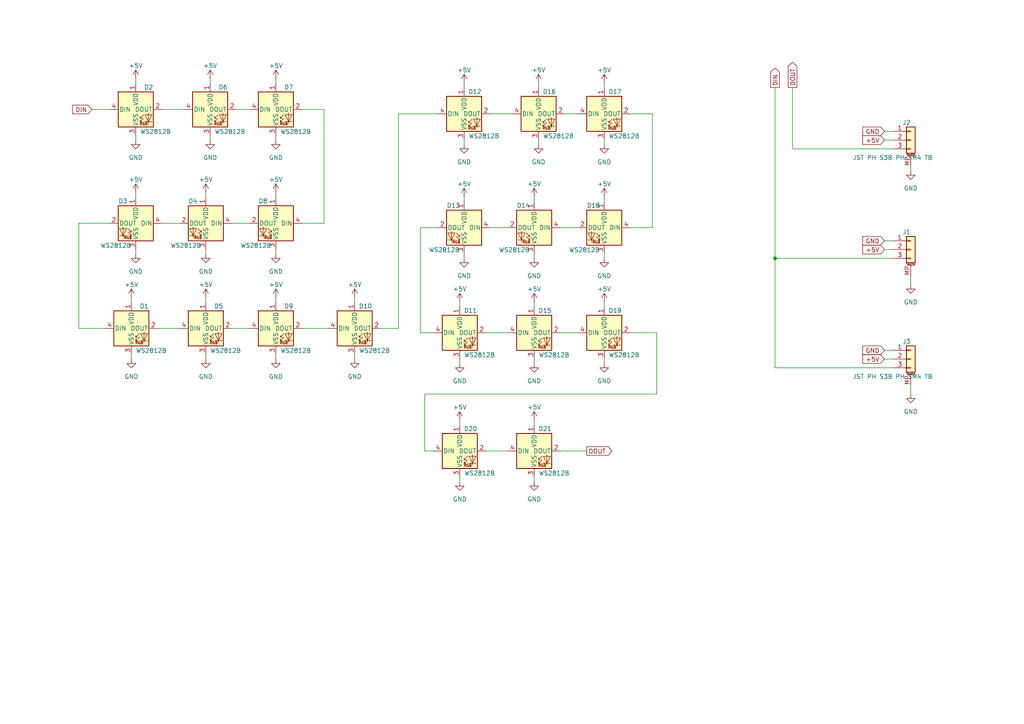
<source format=kicad_sch>
(kicad_sch (version 20231120) (generator "eeschema") (generator_version "8.0")
  (paper "A4")
  (lib_symbols
    (symbol "Connector_Generic_MountingPin:Conn_01x03_MountingPin" (pin_names (offset 1.016) hide)
      (property "Reference" "J" (at 0 5.08 0))
      (property "Value" "Conn_01x03_MountingPin" (at 1.27 -5.08 0))
      (symbol "Conn_01x03_MountingPin_1_1"
        (rectangle (start -1.27 -2.413) (end 0 -2.667) (stroke (width 0.1524)))
        (rectangle (start -1.27 0.127) (end 0 -0.127) (stroke (width 0.1524)))
        (rectangle (start -1.27 2.667) (end 0 2.413) (stroke (width 0.1524)))
        (rectangle (start -1.27 3.81) (end 1.27 -3.81) (stroke (width 0.254)) (fill (type background)))
        (polyline (pts (xy -1.016 -4.572) (xy 1.016 -4.572)) (stroke (width 0.1524)))
        (text "Mounting" (at 0 -4.191 0) (effects (font (size 0.381 0.381))))
        (pin passive line (at -5.08 2.54 0) (length 3.81) (name "Pin_1") (number "1"))
        (pin passive line (at -5.08 0 0) (length 3.81) (name "Pin_2") (number "2"))
        (pin passive line (at -5.08 -2.54 0) (length 3.81) (name "Pin_3") (number "3"))
        (pin passive line (at 0 -7.62 90) (length 3.048) (name "MountPin") (number "MP"))
      )
    )
    (symbol "LED:WS2812B" (pin_names (offset 0.254))
      (property "Reference" "D" (at 5.08 5.715 0))
      (property "Value" "WS2812B" (at 1.27 -5.715 0))
      (symbol "WS2812B_0_0"
        (text "RGB" (at 2.286 -4.191 0) (effects (font (size 0.762 0.762))))
      )
      (symbol "WS2812B_0_1"
        (polyline (pts (xy 1.27 -3.556) (xy 1.778 -3.556)))
        (polyline (pts (xy 1.27 -2.54) (xy 1.778 -2.54)))
        (polyline (pts (xy 4.699 -3.556) (xy 2.667 -3.556)))
        (polyline (pts (xy 2.286 -2.54) (xy 1.27 -3.556) (xy 1.27 -3.048)))
        (polyline (pts (xy 2.286 -1.524) (xy 1.27 -2.54) (xy 1.27 -2.032)))
        (polyline (pts (xy 3.683 -1.016) (xy 3.683 -3.556) (xy 3.683 -4.064)))
        (polyline (pts (xy 4.699 -1.524) (xy 2.667 -1.524) (xy 3.683 -3.556) (xy 4.699 -1.524)))
        (rectangle (start 5.08 5.08) (end -5.08 -5.08) (stroke (width 0.254)) (fill (type background)))
      )
      (symbol "WS2812B_1_1"
        (pin power_in line (at 0 7.62 270) (length 2.54) (name "VDD") (number "1"))
        (pin output line (at 7.62 0 180) (length 2.54) (name "DOUT") (number "2"))
        (pin power_in line (at 0 -7.62 90) (length 2.54) (name "VSS") (number "3"))
        (pin input line (at -7.62 0 0) (length 2.54) (name "DIN") (number "4"))
      )
    )
    (symbol "power:+5V" (power) (pin_names (offset 0))
      (property "Value" "+5V" (at 0 3.556 0))
      (symbol "+5V_0_1"
        (polyline (pts (xy -0.762 1.27) (xy 0 2.54)))
        (polyline (pts (xy 0 0) (xy 0 2.54)))
        (polyline (pts (xy 0 2.54) (xy 0.762 1.27)))
      )
      (symbol "+5V_1_1"
        (pin power_in line (at 0 0 90) (length 0) hide (name "+5V") (number "1"))
      )
    )
    (symbol "power:GND" (power) (pin_names (offset 0))
      (property "Value" "GND" (at 0 -3.81 0))
      (symbol "GND_0_1"
        (polyline (pts (xy 0 0) (xy 0 -1.27) (xy 1.27 -1.27) (xy 0 -2.54) (xy -1.27 -1.27) (xy 0 -1.27)))
      )
      (symbol "GND_1_1"
        (pin power_in line (at 0 0 270) (length 0) hide (name "GND") (number "1"))
      )
    )
  )
  (junction (at 224.79 74.93))
  (wire (pts (xy 154.94 57.15) (xy 154.94 58.42)))
  (wire (pts (xy 156.21 40.64) (xy 156.21 41.91)))
  (wire (pts (xy 80.01 102.87) (xy 80.01 104.14)))
  (wire (pts (xy 93.98 31.75) (xy 93.98 64.77)))
  (wire (pts (xy 175.26 24.13) (xy 175.26 25.4)))
  (wire (pts (xy 60.96 39.37) (xy 60.96 40.64)))
  (wire (pts (xy 190.5 96.52) (xy 190.5 114.3)))
  (wire (pts (xy 60.96 22.86) (xy 60.96 24.13)))
  (wire (pts (xy 224.79 106.68) (xy 224.79 74.93)))
  (wire (pts (xy 133.35 138.43) (xy 133.35 139.7)))
  (wire (pts (xy 256.54 40.64) (xy 259.08 40.64)))
  (wire (pts (xy 256.54 38.1) (xy 259.08 38.1)))
  (wire (pts (xy 264.16 48.26) (xy 264.16 49.53)))
  (wire (pts (xy 46.99 64.77) (xy 52.07 64.77)))
  (wire (pts (xy 259.08 43.18) (xy 229.87 43.18)))
  (wire (pts (xy 229.87 25.4) (xy 229.87 43.18)))
  (wire (pts (xy 123.19 114.3) (xy 123.19 130.81)))
  (wire (pts (xy 133.35 121.92) (xy 133.35 123.19)))
  (wire (pts (xy 80.01 86.36) (xy 80.01 87.63)))
  (wire (pts (xy 123.19 130.81) (xy 125.73 130.81)))
  (wire (pts (xy 59.69 102.87) (xy 59.69 104.14)))
  (wire (pts (xy 115.57 95.25) (xy 115.57 33.02)))
  (wire (pts (xy 134.62 24.13) (xy 134.62 25.4)))
  (wire (pts (xy 154.94 87.63) (xy 154.94 88.9)))
  (wire (pts (xy 67.31 64.77) (xy 72.39 64.77)))
  (wire (pts (xy 31.75 64.77) (xy 22.86 64.77)))
  (wire (pts (xy 256.54 104.14) (xy 259.08 104.14)))
  (wire (pts (xy 224.79 25.4) (xy 224.79 74.93)))
  (wire (pts (xy 80.01 55.88) (xy 80.01 57.15)))
  (wire (pts (xy 121.92 96.52) (xy 125.73 96.52)))
  (wire (pts (xy 134.62 40.64) (xy 134.62 41.91)))
  (wire (pts (xy 38.1 102.87) (xy 38.1 104.14)))
  (wire (pts (xy 162.56 130.81) (xy 170.18 130.81)))
  (wire (pts (xy 39.37 72.39) (xy 39.37 73.66)))
  (wire (pts (xy 39.37 39.37) (xy 39.37 40.64)))
  (wire (pts (xy 142.24 33.02) (xy 148.59 33.02)))
  (wire (pts (xy 46.99 31.75) (xy 53.34 31.75)))
  (wire (pts (xy 26.67 31.75) (xy 31.75 31.75)))
  (wire (pts (xy 38.1 86.36) (xy 38.1 87.63)))
  (wire (pts (xy 154.94 138.43) (xy 154.94 139.7)))
  (wire (pts (xy 189.23 33.02) (xy 189.23 66.04)))
  (wire (pts (xy 162.56 66.04) (xy 167.64 66.04)))
  (wire (pts (xy 39.37 55.88) (xy 39.37 57.15)))
  (wire (pts (xy 87.63 95.25) (xy 95.25 95.25)))
  (wire (pts (xy 127 66.04) (xy 121.92 66.04)))
  (wire (pts (xy 175.26 104.14) (xy 175.26 105.41)))
  (wire (pts (xy 59.69 55.88) (xy 59.69 57.15)))
  (wire (pts (xy 182.88 33.02) (xy 189.23 33.02)))
  (wire (pts (xy 22.86 95.25) (xy 30.48 95.25)))
  (wire (pts (xy 264.16 80.01) (xy 264.16 82.55)))
  (wire (pts (xy 175.26 87.63) (xy 175.26 88.9)))
  (wire (pts (xy 154.94 73.66) (xy 154.94 74.93)))
  (wire (pts (xy 142.24 66.04) (xy 147.32 66.04)))
  (wire (pts (xy 67.31 95.25) (xy 72.39 95.25)))
  (wire (pts (xy 121.92 66.04) (xy 121.92 96.52)))
  (wire (pts (xy 162.56 96.52) (xy 167.64 96.52)))
  (wire (pts (xy 134.62 57.15) (xy 134.62 58.42)))
  (wire (pts (xy 224.79 74.93) (xy 259.08 74.93)))
  (wire (pts (xy 256.54 72.39) (xy 259.08 72.39)))
  (wire (pts (xy 256.54 101.6) (xy 259.08 101.6)))
  (wire (pts (xy 175.26 57.15) (xy 175.26 58.42)))
  (wire (pts (xy 134.62 73.66) (xy 134.62 74.93)))
  (wire (pts (xy 259.08 106.68) (xy 224.79 106.68)))
  (wire (pts (xy 110.49 95.25) (xy 115.57 95.25)))
  (wire (pts (xy 140.97 130.81) (xy 147.32 130.81)))
  (wire (pts (xy 175.26 73.66) (xy 175.26 74.93)))
  (wire (pts (xy 80.01 72.39) (xy 80.01 73.66)))
  (wire (pts (xy 154.94 104.14) (xy 154.94 105.41)))
  (wire (pts (xy 68.58 31.75) (xy 72.39 31.75)))
  (wire (pts (xy 93.98 64.77) (xy 87.63 64.77)))
  (wire (pts (xy 256.54 69.85) (xy 259.08 69.85)))
  (wire (pts (xy 264.16 111.76) (xy 264.16 114.3)))
  (wire (pts (xy 163.83 33.02) (xy 167.64 33.02)))
  (wire (pts (xy 102.87 102.87) (xy 102.87 104.14)))
  (wire (pts (xy 80.01 22.86) (xy 80.01 24.13)))
  (wire (pts (xy 156.21 24.13) (xy 156.21 25.4)))
  (wire (pts (xy 133.35 104.14) (xy 133.35 105.41)))
  (wire (pts (xy 182.88 96.52) (xy 190.5 96.52)))
  (wire (pts (xy 154.94 121.92) (xy 154.94 123.19)))
  (wire (pts (xy 133.35 87.63) (xy 133.35 88.9)))
  (wire (pts (xy 59.69 86.36) (xy 59.69 87.63)))
  (wire (pts (xy 80.01 39.37) (xy 80.01 40.64)))
  (wire (pts (xy 22.86 64.77) (xy 22.86 95.25)))
  (wire (pts (xy 45.72 95.25) (xy 52.07 95.25)))
  (wire (pts (xy 140.97 96.52) (xy 147.32 96.52)))
  (wire (pts (xy 175.26 40.64) (xy 175.26 41.91)))
  (wire (pts (xy 189.23 66.04) (xy 182.88 66.04)))
  (wire (pts (xy 190.5 114.3) (xy 123.19 114.3)))
  (wire (pts (xy 39.37 22.86) (xy 39.37 24.13)))
  (wire (pts (xy 87.63 31.75) (xy 93.98 31.75)))
  (wire (pts (xy 59.69 72.39) (xy 59.69 73.66)))
  (wire (pts (xy 115.57 33.02) (xy 127 33.02)))
  (wire (pts (xy 102.87 86.36) (xy 102.87 87.63)))
  (global_label "+5V" (shape input) (at 256.54 72.39 180) (property "Intersheetrefs" "${INTERSHEET_REFS}" (effects (hide yes))))
  (global_label "DIN" (shape output) (at 224.79 25.4 90) (property "Intersheetrefs" "${INTERSHEET_REFS}" (effects (hide yes))))
  (global_label "DOUT" (shape output) (at 170.18 130.81 0) (property "Intersheetrefs" "${INTERSHEET_REFS}" (effects (hide yes))))
  (global_label "+5V" (shape input) (at 256.54 104.14 180) (property "Intersheetrefs" "${INTERSHEET_REFS}" (effects (hide yes))))
  (global_label "DOUT" (shape output) (at 229.87 25.4 90) (property "Intersheetrefs" "${INTERSHEET_REFS}" (effects (hide yes))))
  (global_label "GND" (shape input) (at 256.54 38.1 180) (property "Intersheetrefs" "${INTERSHEET_REFS}" (effects (hide yes))))
  (global_label "GND" (shape input) (at 256.54 69.85 180) (property "Intersheetrefs" "${INTERSHEET_REFS}" (effects (hide yes))))
  (global_label "GND" (shape input) (at 256.54 101.6 180) (property "Intersheetrefs" "${INTERSHEET_REFS}" (effects (hide yes))))
  (global_label "DIN" (shape input) (at 26.67 31.75 180) (property "Intersheetrefs" "${INTERSHEET_REFS}" (effects (hide yes))))
  (global_label "+5V" (shape input) (at 256.54 40.64 180) (property "Intersheetrefs" "${INTERSHEET_REFS}" (effects (hide yes))))
  (symbol (lib_id "LED:WS2812B") (at 39.37 64.77 0) (mirror y) (unit 1)
    (property "Reference" "D3" (at 34.29 59.055 0) (effects (justify right bottom)))
    (property "Value" "WS2812B" (at 38.1 70.485 0) (effects (justify left top)))
    (property "Footprint" "LED_SMD:LED_WS2812B_PLCC4_5.0x5.0mm_P3.2mm" (effects (hide yes)))
    (property "Datasheet" "https://cdn-shop.adafruit.com/datasheets/WS2812B.pdf" (effects (hide yes)))
  )
  (symbol (lib_id "LED:WS2812B") (at 133.35 130.81 0) (unit 1)
    (property "Reference" "D20" (at 138.43 125.095 0) (effects (justify right bottom)))
    (property "Value" "WS2812B" (at 134.62 136.525 0) (effects (justify left top)))
    (property "Footprint" "LED_SMD:LED_WS2812B_PLCC4_5.0x5.0mm_P3.2mm" (effects (hide yes)))
    (property "Datasheet" "https://cdn-shop.adafruit.com/datasheets/WS2812B.pdf" (effects (hide yes)))
  )
  (symbol (lib_id "power:GND") (at 154.94 74.93 0) (unit 1)
    (property "Reference" "#PWR043" (effects (hide yes)))
    (property "Value" "GND" (at 154.94 80.01 0))
  )
  (symbol (lib_id "power:GND") (at 154.94 105.41 0) (unit 1)
    (property "Reference" "#PWR045" (effects (hide yes)))
    (property "Value" "GND" (at 154.94 110.49 0))
  )
  (symbol (lib_id "power:GND") (at 264.16 114.3 0) (unit 1)
    (property "Reference" "#PWR016" (effects (hide yes)))
    (property "Value" "GND" (at 264.16 119.38 0))
  )
  (symbol (lib_id "power:+5V") (at 154.94 57.15 0) (unit 1)
    (property "Reference" "#PWR036" (effects (hide yes)))
    (property "Value" "+5V" (at 154.94 53.34 0))
  )
  (symbol (lib_id "LED:WS2812B") (at 156.21 33.02 0) (unit 1)
    (property "Reference" "D16" (at 161.29 27.305 0) (effects (justify right bottom)))
    (property "Value" "WS2812B" (at 157.48 38.735 0) (effects (justify left top)))
    (property "Footprint" "LED_SMD:LED_WS2812B_PLCC4_5.0x5.0mm_P3.2mm" (effects (hide yes)))
    (property "Datasheet" "https://cdn-shop.adafruit.com/datasheets/WS2812B.pdf" (effects (hide yes)))
  )
  (symbol (lib_id "power:+5V") (at 133.35 87.63 0) (unit 1)
    (property "Reference" "#PWR021" (effects (hide yes)))
    (property "Value" "+5V" (at 133.35 83.82 0))
  )
  (symbol (lib_id "power:+5V") (at 39.37 55.88 0) (unit 1)
    (property "Reference" "#PWR07" (effects (hide yes)))
    (property "Value" "+5V" (at 39.37 52.07 0))
  )
  (symbol (lib_id "power:+5V") (at 175.26 87.63 0) (unit 1)
    (property "Reference" "#PWR052" (effects (hide yes)))
    (property "Value" "+5V" (at 175.26 83.82 0))
  )
  (symbol (lib_id "power:+5V") (at 102.87 86.36 0) (unit 1)
    (property "Reference" "#PWR041" (effects (hide yes)))
    (property "Value" "+5V" (at 102.87 82.55 0))
  )
  (symbol (lib_id "LED:WS2812B") (at 38.1 95.25 0) (unit 1)
    (property "Reference" "D1" (at 43.18 89.535 0) (effects (justify right bottom)))
    (property "Value" "WS2812B" (at 39.37 100.965 0) (effects (justify left top)))
    (property "Footprint" "LED_SMD:LED_WS2812B_PLCC4_5.0x5.0mm_P3.2mm" (effects (hide yes)))
    (property "Datasheet" "https://cdn-shop.adafruit.com/datasheets/WS2812B.pdf" (effects (hide yes)))
  )
  (symbol (lib_id "power:+5V") (at 154.94 87.63 0) (unit 1)
    (property "Reference" "#PWR044" (effects (hide yes)))
    (property "Value" "+5V" (at 154.94 83.82 0))
  )
  (symbol (lib_id "LED:WS2812B") (at 134.62 66.04 0) (mirror y) (unit 1)
    (property "Reference" "D13" (at 129.54 60.325 0) (effects (justify right bottom)))
    (property "Value" "WS2812B" (at 133.35 71.755 0) (effects (justify left top)))
    (property "Footprint" "LED_SMD:LED_WS2812B_PLCC4_5.0x5.0mm_P3.2mm" (effects (hide yes)))
    (property "Datasheet" "https://cdn-shop.adafruit.com/datasheets/WS2812B.pdf" (effects (hide yes)))
  )
  (symbol (lib_id "power:GND") (at 134.62 74.93 0) (unit 1)
    (property "Reference" "#PWR035" (effects (hide yes)))
    (property "Value" "GND" (at 134.62 80.01 0))
  )
  (symbol (lib_id "Connector_Generic_MountingPin:Conn_01x03_MountingPin") (at 264.16 104.14 0) (unit 1)
    (property "Reference" "J3" (at 264.16 99.06 0) (effects (justify right)))
    (property "Value" "JST PH S3B PH SM4 TB" (at 270.51 109.22 0) (effects (justify right)))
    (property "Footprint" "Connector_JST:JST_PH_S3B-PH-SM4-TB_1x03-1MP_P2.00mm_Horizontal" (effects (hide yes)))
  )
  (symbol (lib_id "LED:WS2812B") (at 175.26 66.04 0) (mirror y) (unit 1)
    (property "Reference" "D18" (at 170.18 60.325 0) (effects (justify right bottom)))
    (property "Value" "WS2812B" (at 173.99 71.755 0) (effects (justify left top)))
    (property "Footprint" "LED_SMD:LED_WS2812B_PLCC4_5.0x5.0mm_P3.2mm" (effects (hide yes)))
    (property "Datasheet" "https://cdn-shop.adafruit.com/datasheets/WS2812B.pdf" (effects (hide yes)))
  )
  (symbol (lib_id "power:GND") (at 80.01 104.14 0) (unit 1)
    (property "Reference" "#PWR040" (effects (hide yes)))
    (property "Value" "GND" (at 80.01 109.22 0))
  )
  (symbol (lib_id "power:+5V") (at 134.62 24.13 0) (unit 1)
    (property "Reference" "#PWR032" (effects (hide yes)))
    (property "Value" "+5V" (at 134.62 20.32 0))
  )
  (symbol (lib_id "power:+5V") (at 60.96 22.86 0) (unit 1)
    (property "Reference" "#PWR03" (effects (hide yes)))
    (property "Value" "+5V" (at 60.96 19.05 0))
  )
  (symbol (lib_id "power:+5V") (at 175.26 24.13 0) (unit 1)
    (property "Reference" "#PWR048" (effects (hide yes)))
    (property "Value" "+5V" (at 175.26 20.32 0))
  )
  (symbol (lib_id "power:GND") (at 59.69 73.66 0) (unit 1)
    (property "Reference" "#PWR010" (effects (hide yes)))
    (property "Value" "GND" (at 59.69 78.74 0))
  )
  (symbol (lib_id "power:GND") (at 264.16 49.53 0) (unit 1)
    (property "Reference" "#PWR020" (effects (hide yes)))
    (property "Value" "GND" (at 264.16 54.61 0))
  )
  (symbol (lib_id "power:+5V") (at 80.01 86.36 0) (unit 1)
    (property "Reference" "#PWR039" (effects (hide yes)))
    (property "Value" "+5V" (at 80.01 82.55 0))
  )
  (symbol (lib_id "power:+5V") (at 133.35 121.92 0) (unit 1)
    (property "Reference" "#PWR054" (effects (hide yes)))
    (property "Value" "+5V" (at 133.35 118.11 0))
  )
  (symbol (lib_id "LED:WS2812B") (at 154.94 130.81 0) (unit 1)
    (property "Reference" "D21" (at 160.02 125.095 0) (effects (justify right bottom)))
    (property "Value" "WS2812B" (at 156.21 136.525 0) (effects (justify left top)))
    (property "Footprint" "LED_SMD:LED_WS2812B_PLCC4_5.0x5.0mm_P3.2mm" (effects (hide yes)))
    (property "Datasheet" "https://cdn-shop.adafruit.com/datasheets/WS2812B.pdf" (effects (hide yes)))
  )
  (symbol (lib_id "power:GND") (at 60.96 40.64 0) (unit 1)
    (property "Reference" "#PWR04" (effects (hide yes)))
    (property "Value" "GND" (at 60.96 45.72 0))
  )
  (symbol (lib_id "LED:WS2812B") (at 59.69 64.77 0) (mirror y) (unit 1)
    (property "Reference" "D4" (at 54.61 59.055 0) (effects (justify right bottom)))
    (property "Value" "WS2812B" (at 58.42 70.485 0) (effects (justify left top)))
    (property "Footprint" "LED_SMD:LED_WS2812B_PLCC4_5.0x5.0mm_P3.2mm" (effects (hide yes)))
    (property "Datasheet" "https://cdn-shop.adafruit.com/datasheets/WS2812B.pdf" (effects (hide yes)))
  )
  (symbol (lib_id "Connector_Generic_MountingPin:Conn_01x03_MountingPin") (at 264.16 72.39 0) (unit 1)
    (property "Reference" "J1" (at 264.16 67.31 0) (effects (justify right)))
    (property "Value" "JST PH S3B PH SM4 TB" (effects (hide yes)))
    (property "Footprint" "Connector_JST:JST_PH_S3B-PH-SM4-TB_1x03-1MP_P2.00mm_Horizontal" (effects (hide yes)))
  )
  (symbol (lib_id "LED:WS2812B") (at 80.01 95.25 0) (unit 1)
    (property "Reference" "D9" (at 85.09 89.535 0) (effects (justify right bottom)))
    (property "Value" "WS2812B" (at 81.28 100.965 0) (effects (justify left top)))
    (property "Footprint" "LED_SMD:LED_WS2812B_PLCC4_5.0x5.0mm_P3.2mm" (effects (hide yes)))
    (property "Datasheet" "https://cdn-shop.adafruit.com/datasheets/WS2812B.pdf" (effects (hide yes)))
  )
  (symbol (lib_id "power:GND") (at 102.87 104.14 0) (unit 1)
    (property "Reference" "#PWR042" (effects (hide yes)))
    (property "Value" "GND" (at 102.87 109.22 0))
  )
  (symbol (lib_id "power:GND") (at 133.35 139.7 0) (unit 1)
    (property "Reference" "#PWR055" (effects (hide yes)))
    (property "Value" "GND" (at 133.35 144.78 0))
  )
  (symbol (lib_id "power:+5V") (at 156.21 24.13 0) (unit 1)
    (property "Reference" "#PWR046" (effects (hide yes)))
    (property "Value" "+5V" (at 156.21 20.32 0))
  )
  (symbol (lib_id "power:+5V") (at 59.69 55.88 0) (unit 1)
    (property "Reference" "#PWR09" (effects (hide yes)))
    (property "Value" "+5V" (at 59.69 52.07 0))
  )
  (symbol (lib_id "LED:WS2812B") (at 134.62 33.02 0) (unit 1)
    (property "Reference" "D12" (at 139.7 27.305 0) (effects (justify right bottom)))
    (property "Value" "WS2812B" (at 135.89 38.735 0) (effects (justify left top)))
    (property "Footprint" "LED_SMD:LED_WS2812B_PLCC4_5.0x5.0mm_P3.2mm" (effects (hide yes)))
    (property "Datasheet" "https://cdn-shop.adafruit.com/datasheets/WS2812B.pdf" (effects (hide yes)))
  )
  (symbol (lib_id "power:GND") (at 133.35 105.41 0) (unit 1)
    (property "Reference" "#PWR031" (effects (hide yes)))
    (property "Value" "GND" (at 133.35 110.49 0))
  )
  (symbol (lib_id "power:GND") (at 38.1 104.14 0) (unit 1)
    (property "Reference" "#PWR017" (effects (hide yes)))
    (property "Value" "GND" (at 38.1 109.22 0))
  )
  (symbol (lib_id "power:GND") (at 39.37 40.64 0) (unit 1)
    (property "Reference" "#PWR02" (effects (hide yes)))
    (property "Value" "GND" (at 39.37 45.72 0))
  )
  (symbol (lib_id "LED:WS2812B") (at 39.37 31.75 0) (unit 1)
    (property "Reference" "D2" (at 44.45 26.035 0) (effects (justify right bottom)))
    (property "Value" "WS2812B" (at 40.64 37.465 0) (effects (justify left top)))
    (property "Footprint" "LED_SMD:LED_WS2812B_PLCC4_5.0x5.0mm_P3.2mm" (effects (hide yes)))
    (property "Datasheet" "https://cdn-shop.adafruit.com/datasheets/WS2812B.pdf" (effects (hide yes)))
  )
  (symbol (lib_id "power:GND") (at 134.62 41.91 0) (unit 1)
    (property "Reference" "#PWR033" (effects (hide yes)))
    (property "Value" "GND" (at 134.62 46.99 0))
  )
  (symbol (lib_id "power:+5V") (at 175.26 57.15 0) (unit 1)
    (property "Reference" "#PWR050" (effects (hide yes)))
    (property "Value" "+5V" (at 175.26 53.34 0))
  )
  (symbol (lib_id "LED:WS2812B") (at 59.69 95.25 0) (unit 1)
    (property "Reference" "D5" (at 64.77 89.535 0) (effects (justify right bottom)))
    (property "Value" "WS2812B" (at 60.96 100.965 0) (effects (justify left top)))
    (property "Footprint" "LED_SMD:LED_WS2812B_PLCC4_5.0x5.0mm_P3.2mm" (effects (hide yes)))
    (property "Datasheet" "https://cdn-shop.adafruit.com/datasheets/WS2812B.pdf" (effects (hide yes)))
  )
  (symbol (lib_id "power:GND") (at 156.21 41.91 0) (unit 1)
    (property "Reference" "#PWR047" (effects (hide yes)))
    (property "Value" "GND" (at 156.21 46.99 0))
  )
  (symbol (lib_id "Connector_Generic_MountingPin:Conn_01x03_MountingPin") (at 264.16 40.64 0) (unit 1)
    (property "Reference" "J2" (at 264.16 35.56 0) (effects (justify right)))
    (property "Value" "JST PH S3B PH SM4 TB" (at 270.51 45.72 0) (effects (justify right)))
    (property "Footprint" "Connector_JST:JST_PH_S3B-PH-SM4-TB_1x03-1MP_P2.00mm_Horizontal" (effects (hide yes)))
  )
  (symbol (lib_id "power:+5V") (at 134.62 57.15 0) (unit 1)
    (property "Reference" "#PWR034" (effects (hide yes)))
    (property "Value" "+5V" (at 134.62 53.34 0))
  )
  (symbol (lib_id "power:+5V") (at 38.1 86.36 0) (unit 1)
    (property "Reference" "#PWR018" (effects (hide yes)))
    (property "Value" "+5V" (at 38.1 82.55 0))
  )
  (symbol (lib_id "power:GND") (at 154.94 139.7 0) (unit 1)
    (property "Reference" "#PWR022" (effects (hide yes)))
    (property "Value" "GND" (at 154.94 144.78 0))
  )
  (symbol (lib_id "power:GND") (at 80.01 73.66 0) (unit 1)
    (property "Reference" "#PWR012" (effects (hide yes)))
    (property "Value" "GND" (at 80.01 78.74 0))
  )
  (symbol (lib_id "power:GND") (at 264.16 82.55 0) (unit 1)
    (property "Reference" "#PWR019" (effects (hide yes)))
    (property "Value" "GND" (at 264.16 87.63 0))
  )
  (symbol (lib_id "LED:WS2812B") (at 102.87 95.25 0) (unit 1)
    (property "Reference" "D10" (at 107.95 89.535 0) (effects (justify right bottom)))
    (property "Value" "WS2812B" (at 104.14 100.965 0) (effects (justify left top)))
    (property "Footprint" "LED_SMD:LED_WS2812B_PLCC4_5.0x5.0mm_P3.2mm" (effects (hide yes)))
    (property "Datasheet" "https://cdn-shop.adafruit.com/datasheets/WS2812B.pdf" (effects (hide yes)))
  )
  (symbol (lib_id "LED:WS2812B") (at 154.94 66.04 0) (mirror y) (unit 1)
    (property "Reference" "D14" (at 149.86 60.325 0) (effects (justify right bottom)))
    (property "Value" "WS2812B" (at 153.67 71.755 0) (effects (justify left top)))
    (property "Footprint" "LED_SMD:LED_WS2812B_PLCC4_5.0x5.0mm_P3.2mm" (effects (hide yes)))
    (property "Datasheet" "https://cdn-shop.adafruit.com/datasheets/WS2812B.pdf" (effects (hide yes)))
  )
  (symbol (lib_id "LED:WS2812B") (at 175.26 33.02 0) (unit 1)
    (property "Reference" "D17" (at 180.34 27.305 0) (effects (justify right bottom)))
    (property "Value" "WS2812B" (at 176.53 38.735 0) (effects (justify left top)))
    (property "Footprint" "LED_SMD:LED_WS2812B_PLCC4_5.0x5.0mm_P3.2mm" (effects (hide yes)))
    (property "Datasheet" "https://cdn-shop.adafruit.com/datasheets/WS2812B.pdf" (effects (hide yes)))
  )
  (symbol (lib_id "power:+5V") (at 80.01 55.88 0) (unit 1)
    (property "Reference" "#PWR011" (effects (hide yes)))
    (property "Value" "+5V" (at 80.01 52.07 0))
  )
  (symbol (lib_id "power:GND") (at 175.26 41.91 0) (unit 1)
    (property "Reference" "#PWR049" (effects (hide yes)))
    (property "Value" "GND" (at 175.26 46.99 0))
  )
  (symbol (lib_id "power:GND") (at 80.01 40.64 0) (unit 1)
    (property "Reference" "#PWR06" (effects (hide yes)))
    (property "Value" "GND" (at 80.01 45.72 0))
  )
  (symbol (lib_id "LED:WS2812B") (at 133.35 96.52 0) (unit 1)
    (property "Reference" "D11" (at 138.43 90.805 0) (effects (justify right bottom)))
    (property "Value" "WS2812B" (at 134.62 102.235 0) (effects (justify left top)))
    (property "Footprint" "LED_SMD:LED_WS2812B_PLCC4_5.0x5.0mm_P3.2mm" (effects (hide yes)))
    (property "Datasheet" "https://cdn-shop.adafruit.com/datasheets/WS2812B.pdf" (effects (hide yes)))
  )
  (symbol (lib_id "power:+5V") (at 59.69 86.36 0) (unit 1)
    (property "Reference" "#PWR037" (effects (hide yes)))
    (property "Value" "+5V" (at 59.69 82.55 0))
  )
  (symbol (lib_id "LED:WS2812B") (at 60.96 31.75 0) (unit 1)
    (property "Reference" "D6" (at 66.04 26.035 0) (effects (justify right bottom)))
    (property "Value" "WS2812B" (at 62.23 37.465 0) (effects (justify left top)))
    (property "Footprint" "LED_SMD:LED_WS2812B_PLCC4_5.0x5.0mm_P3.2mm" (effects (hide yes)))
    (property "Datasheet" "https://cdn-shop.adafruit.com/datasheets/WS2812B.pdf" (effects (hide yes)))
  )
  (symbol (lib_id "power:+5V") (at 154.94 121.92 0) (unit 1)
    (property "Reference" "#PWR015" (effects (hide yes)))
    (property "Value" "+5V" (at 154.94 118.11 0))
  )
  (symbol (lib_id "power:GND") (at 39.37 73.66 0) (unit 1)
    (property "Reference" "#PWR08" (effects (hide yes)))
    (property "Value" "GND" (at 39.37 78.74 0))
  )
  (symbol (lib_id "LED:WS2812B") (at 80.01 31.75 0) (unit 1)
    (property "Reference" "D7" (at 85.09 26.035 0) (effects (justify right bottom)))
    (property "Value" "WS2812B" (at 81.28 37.465 0) (effects (justify left top)))
    (property "Footprint" "LED_SMD:LED_WS2812B_PLCC4_5.0x5.0mm_P3.2mm" (effects (hide yes)))
    (property "Datasheet" "https://cdn-shop.adafruit.com/datasheets/WS2812B.pdf" (effects (hide yes)))
  )
  (symbol (lib_id "LED:WS2812B") (at 175.26 96.52 0) (unit 1)
    (property "Reference" "D19" (at 180.34 90.805 0) (effects (justify right bottom)))
    (property "Value" "WS2812B" (at 176.53 102.235 0) (effects (justify left top)))
    (property "Footprint" "LED_SMD:LED_WS2812B_PLCC4_5.0x5.0mm_P3.2mm" (effects (hide yes)))
    (property "Datasheet" "https://cdn-shop.adafruit.com/datasheets/WS2812B.pdf" (effects (hide yes)))
  )
  (symbol (lib_id "power:GND") (at 175.26 74.93 0) (unit 1)
    (property "Reference" "#PWR051" (effects (hide yes)))
    (property "Value" "GND" (at 175.26 80.01 0))
  )
  (symbol (lib_id "power:GND") (at 175.26 105.41 0) (unit 1)
    (property "Reference" "#PWR053" (effects (hide yes)))
    (property "Value" "GND" (at 175.26 110.49 0))
  )
  (symbol (lib_id "power:+5V") (at 80.01 22.86 0) (unit 1)
    (property "Reference" "#PWR05" (effects (hide yes)))
    (property "Value" "+5V" (at 80.01 19.05 0))
  )
  (symbol (lib_id "power:GND") (at 59.69 104.14 0) (unit 1)
    (property "Reference" "#PWR038" (effects (hide yes)))
    (property "Value" "GND" (at 59.69 109.22 0))
  )
  (symbol (lib_id "power:+5V") (at 39.37 22.86 0) (unit 1)
    (property "Reference" "#PWR01" (effects (hide yes)))
    (property "Value" "+5V" (at 39.37 19.05 0))
  )
  (symbol (lib_id "LED:WS2812B") (at 154.94 96.52 0) (unit 1)
    (property "Reference" "D15" (at 160.02 90.805 0) (effects (justify right bottom)))
    (property "Value" "WS2812B" (at 156.21 102.235 0) (effects (justify left top)))
    (property "Footprint" "LED_SMD:LED_WS2812B_PLCC4_5.0x5.0mm_P3.2mm" (effects (hide yes)))
    (property "Datasheet" "https://cdn-shop.adafruit.com/datasheets/WS2812B.pdf" (effects (hide yes)))
  )
  (symbol (lib_id "LED:WS2812B") (at 80.01 64.77 0) (mirror y) (unit 1)
    (property "Reference" "D8" (at 74.93 59.055 0) (effects (justify right bottom)))
    (property "Value" "WS2812B" (at 78.74 70.485 0) (effects (justify left top)))
    (property "Footprint" "LED_SMD:LED_WS2812B_PLCC4_5.0x5.0mm_P3.2mm" (effects (hide yes)))
    (property "Datasheet" "https://cdn-shop.adafruit.com/datasheets/WS2812B.pdf" (effects (hide yes)))
  )
)
</source>
